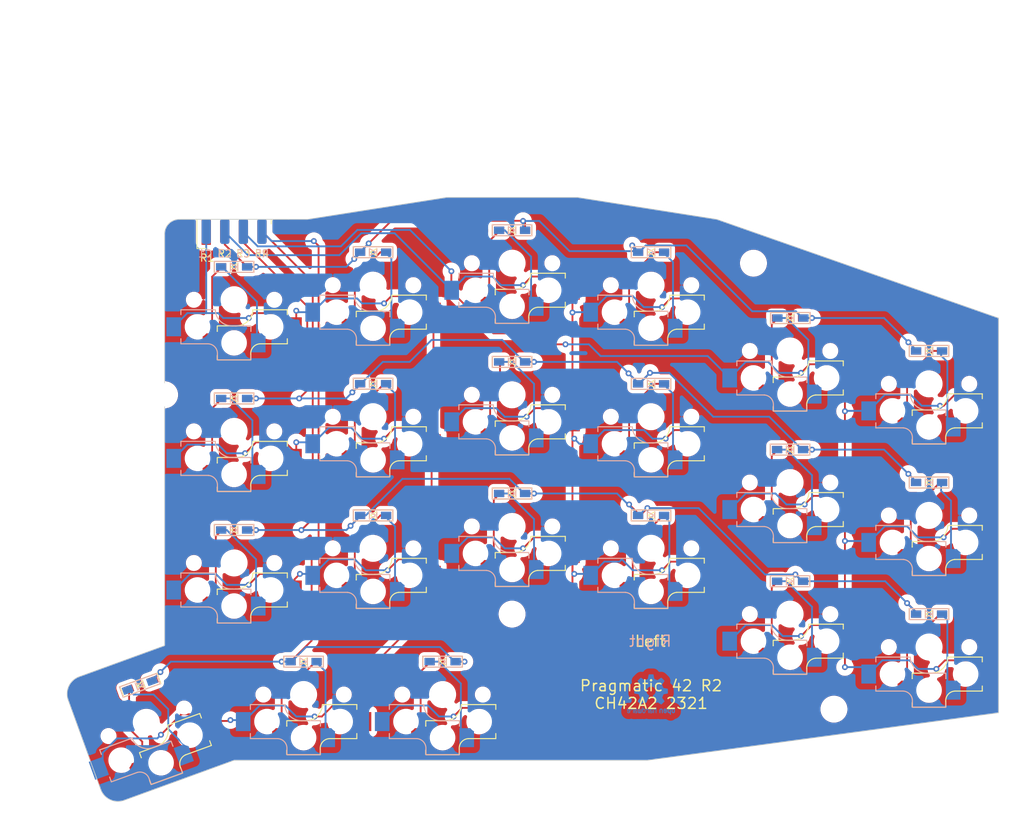
<source format=kicad_pcb>
(kicad_pcb (version 20221018) (generator pcbnew)
  (title_block (title "Pragmatic 42 (Codename The Answer)") (date "2023-05-24") (rev "2") (company "Pragmatic Inc.") (comment 1 "Duplex matrix with 8 pin header (5 for rows, 3 for columns)") (comment 2 "Made by James Sa"))
  (layers (0 "F.Cu" signal) (31 "B.Cu" signal) (34 "B.Paste" user) (35 "F.Paste" user) (36 "B.SilkS" user "B.Silkscreen") (37 "F.SilkS" user "F.Silkscreen") (38 "B.Mask" user) (39 "F.Mask" user) (44 "Edge.Cuts" user))
  (net 0 "")
  (net 1 "Net-(D13-A)")
  (net 2 "Net-(D14-K)")
  (net 3 "Row 2")
  (net 4 "Net-(D15-A)")
  (net 5 "Net-(D16-K)")
  (net 6 "Net-(D17-A)")
  (net 7 "Net-(D18-K)")
  (net 8 "Net-(D19-A)")
  (net 9 "Net-(D20-K)")
  (net 10 "Net-(D21-A)")
  (net 11 "Net-(D22-K)")
  (net 12 "Net-(D23-A)")
  (net 13 "C12")
  (net 14 "C34")
  (net 15 "C56")
  (net 16 "Row 3")
  (net 17 "Row 4")
  (net 18 "Row 5")
  (net 19 "Net-(D24-K)")
  (net 20 "Net-(D25-A)")
  (net 21 "Net-(D26-K)")
  (net 22 "Net-(D27-A)")
  (net 23 "Net-(D28-K)")
  (net 24 "Net-(D29-A)")
  (net 25 "Net-(D30-K)")
  (net 26 "Net-(D31-A)")
  (net 27 "Net-(D32-K)")
  (net 28 "Net-(D33-A)")
  (net 29 "Net-(D34-K)")
  (net 30 "Net-(D35-A)")
  (net 31 "Net-(D36-K)")
  (net 32 "Net-(D37-A)")
  (net 33 "Net-(D38-K)")
  (net 34 "Net-(D39-A)")
  (net 35 "Net-(D40-K)")
  (net 36 "Net-(D41-A)")
  (net 37 "Net-(D42-K)")
  (net 38 "Net-(D43-A)")
  (net 39 "Net-(D44-K)")
  (net 40 "Net-(D45-A)")
  (net 41 "Net-(D46-K)")
  (net 42 "Net-(D47-A)")
  (net 43 "Net-(D48-K)")
  (net 44 "Net-(D52-K)")
  (net 45 "Net-(D53-A)")
  (net 46 "Net-(D54-K)")
  (net 47 "Net-(D55-A)")
  (net 48 "Net-(D56-K)")
  (net 49 "Net-(D57-A)")
  (footprint "Keyboard_JSA:ChocV1_Hotswap_reverse" (layer "F.Cu") (at 149 81)
    (fp_text reference "SW17" hide)
    (fp_text value "SW_Push_45deg" hide)
  )
  (footprint "MountingHole:MountingHole_3.2mm_M3_DIN965" (layer "F.Cu") (at 168 126)
    (fp_text reference "H1" hide)
    (fp_text value "MountingHole" hide)
  )
  (footprint "Keyboard_JSA:ChocV1_Hotswap_reverse" (layer "F.Cu") (at 149 99)
    (fp_text reference "SW29" hide)
    (fp_text value "SW_Push_45deg" hide)
  )
  (footprint "Keyboard_Foostan:D3_SMD_v2" (layer "F.Cu") (at 187 94.5)
    (fp_text reference "D27" hide)
    (fp_text value "1N4448W" hide)
  )
  (footprint "Keyboard_Foostan:D3_SMD_v2" (layer "F.Cu") (at 130 78.5)
    (fp_text reference "D18" hide)
    (fp_text value "1N4448W" hide)
  )
  (footprint "Keyboard_JSA:ChocV1_Hotswap_reverse" (layer "F.Cu") (at 187 81)
    (fp_text reference "SW15" hide)
    (fp_text value "SW_Push_45deg" hide)
  )
  (footprint "Keyboard_Foostan:D3_SMD_v2" (layer "F.Cu") (at 187 76.5)
    (fp_text reference "D15" hide)
    (fp_text value "1N4448W" hide)
  )
  (footprint "Keyboard_Foostan:D3_SMD_v2" (layer "F.Cu") (at 225 126)
    (fp_text reference "D37" hide)
    (fp_text value "1N4448W" hide)
  )
  (footprint "Keyboard_Foostan:D3_SMD_v2" (layer "F.Cu") (at 158.5 132.5)
    (fp_text reference "D52" hide)
    (fp_text value "1N4448W" hide)
  )
  (footprint "Keyboard_Foostan:D3_SMD_v2" (layer "F.Cu") (at 168 73.5)
    (fp_text reference "D16" hide)
    (fp_text value "1N4448W" hide)
  )
  (footprint "Keyboard_JSA:ChocV1_Hotswap_reverse" (layer "F.Cu") (at 206 108)
    (fp_text reference "SW26" hide)
    (fp_text value "SW_Push_45deg" hide)
  )
  (footprint "Keyboard_JSA:ChocV1_Hotswap_reverse" (layer "F.Cu") (at 206 126)
    (fp_text reference "SW38" hide)
    (fp_text value "SW_Push_45deg" hide)
  )
  (footprint "Keyboard_Foostan:D3_SMD_v2" (layer "F.Cu") (at 117.2 135.7 20)
    (fp_text reference "D54" hide)
    (fp_text value "1N4448W" hide)
  )
  (footprint "Keyboard_JSA:ChocV1_Hotswap_reverse" (layer "F.Cu") (at 187 99)
    (fp_text reference "SW27" hide)
    (fp_text value "SW_Push_45deg" hide)
  )
  (footprint "Keyboard_Foostan:D3_SMD_v2" (layer "F.Cu") (at 139.5 132.5)
    (fp_text reference "D53" hide)
    (fp_text value "1N4448W" hide)
  )
  (footprint "Keyboard_Foostan:D3_SMD_v2" (layer "F.Cu") (at 187 112.5)
    (fp_text reference "D39" hide)
    (fp_text value "1N4448W" hide)
  )
  (footprint "Keyboard_JSA:ChocV1_Hotswap_reverse" (layer "F.Cu") (at 158.5 137)
    (fp_text reference "SW52" hide)
    (fp_text value "SW_Push_45deg" hide)
  )
  (footprint "Keyboard_Foostan:D3_SMD_v2" (layer "F.Cu") (at 130 114.5)
    (fp_text reference "D42" hide)
    (fp_text value "1N4448W" hide)
  )
  (footprint "Keyboard_Foostan:D3_SMD_v2" (layer "F.Cu") (at 130 96.5)
    (fp_text reference "D30" hide)
    (fp_text value "1N4448W" hide)
  )
  (footprint "Keyboard_JSA:ChocV1_Hotswap_reverse" (layer "F.Cu") (at 225 94.5)
    (fp_text reference "SW13" hide)
    (fp_text value "SW_Push_45deg" hide)
  )
  (footprint "Keyboard_Foostan:D3_SMD_v2" (layer "F.Cu") (at 168 91.5)
    (fp_text reference "D28" hide)
    (fp_text value "1N4448W" hide)
  )
  (footprint "Keyboard_JSA:ChocV1_Hotswap_reverse" (layer "F.Cu") (at 168 96)
    (fp_text reference "SW28" hide)
    (fp_text value "SW_Push_45deg" hide)
  )
  (footprint "MountingHole:MountingHole_3.2mm_M3_DIN965" (layer "F.Cu") (at 212 139)
    (fp_text reference "H2" hide)
    (fp_text value "MountingHole" hide)
  )
  (footprint "Keyboard_Foostan:D3_SMD_v2" (layer "F.Cu") (at 225 90)
    (fp_text reference "D13" hide)
    (fp_text value "1N4448W" hide)
  )
  (footprint "Keyboard_JSA:ChocV1_Hotswap_reverse" (layer "F.Cu") (at 130 119)
    (fp_text reference "SW42" hide)
    (fp_text value "SW_Push_45deg" hide)
  )
  (footprint "Keyboard_JSA:ChocV1_Hotswap_reverse" (layer "F.Cu") (at 206 90)
    (fp_text reference "SW14" hide)
    (fp_text value "SW_Push_45deg" hide)
  )
  (footprint "Keyboard_JSA:ChocV1_Hotswap_reverse" (layer "F.Cu") (at 130 101)
    (fp_text reference "SW30" hide)
    (fp_text value "SW_Push_45deg" hide)
  )
  (footprint "MountingHole:MountingHole_3.2mm_M3_DIN965" (layer "F.Cu") (at 201 78)
    (fp_text reference "H3" hide)
    (fp_text value "MountingHole" hide)
  )
  (footprint "Keyboard_JSA:matrix_connector" (layer "F.Cu") (at 130 72 -90)
    (fp_text reference "J1" hide)
    (fp_text value "Conn_02x04_Odd_Even" hide)
    (fp_line (start 0 -7.5) (end 0 7.5) (stroke (width 0.12)) (layer "Edge.Cuts"))
  )
  (footprint "Keyboard_Foostan:D3_SMD_v2" (layer "F.Cu") (at 206 103.5)
    (fp_text reference "D26" hide)
    (fp_text value "1N4448W" hide)
  )
  (footprint "Keyboard_JSA:ChocV1_Hotswap_reverse" (layer "F.Cu") (at 139.499996 137)
    (fp_text reference "SW53" hide)
    (fp_text value "SW_Push_45deg" hide)
  )
  (footprint "MountingHole:MountingHole_3.2mm_M3_DIN965" (layer "F.Cu") (at 120.5 96)
    (fp_text reference "H4" hide)
    (fp_text value "MountingHole" hide)
  )
  (footprint "Keyboard_JSA:ChocV1_Hotswap_reverse" (layer "F.Cu") (at 130 83)
    (fp_text reference "SW18" hide)
    (fp_text value "SW_Push_45deg" hide)
  )
  (footprint "Keyboard_JSA:ChocV1_Hotswap_reverse" (layer "F.Cu") (at 168 114)
    (fp_text reference "SW40" hide)
    (fp_text value "SW_Push_45deg" hide)
  )
  (footprint "Keyboard_JSA:ChocV1_Hotswap_reverse" (layer "F.Cu") (at 149 117)
    (fp_text reference "SW41" hide)
    (fp_text value "SW_Push_45deg" hide)
  )
  (footprint "Keyboard_Foostan:D3_SMD_v2" (layer "F.Cu") (at 206 85.5)
    (fp_text reference "D14" hide)
    (fp_text value "1N4448W" hide)
  )
  (footprint "Keyboard_Foostan:D3_SMD_v2" (layer "F.Cu") (at 149 76.5)
    (fp_text reference "D17" hide)
    (fp_text value "1N4448W" hide)
  )
  (footprint "Keyboard_JSA:ChocV1_Hotswap_reverse" (layer "F.Cu") (at 187 117)
    (fp_text reference "SW39" hide)
    (fp_text value "SW_Push_45deg" hide)
  )
  (footprint "Keyboard_Foostan:D3_SMD_v2" (layer "F.Cu") (at 168 109.5)
    (fp_text reference "D40" hide)
    (fp_text value "1N4448W" hide)
  )
  (footprint "Keyboard_JSA:ChocV1_Hotswap_reverse" (layer "F.Cu") (at 225 112.5)
    (fp_text reference "SW25" hide)
    (fp_text value "SW_Push_45deg" hide)
  )
  (footprint "Keyboard_Foostan:D3_SMD_v2" (layer "F.Cu") (at 149 94.5)
    (fp_text reference "D29" hide)
    (fp_text value "1N4448W" hide)
  )
  (footprint "Keyboard_Foostan:D3_SMD_v2" (layer "F.Cu") (at 225 108)
    (fp_text reference "D25" hide)
    (fp_text value "1N4448W" hide)
  )
  (footprint "Keyboard_JSA:ChocV1_Hotswap_reverse" (layer "F.Cu") (at 168 78)
    (fp_text reference "SW16" hide)
    (fp_text value "SW_Push_45deg" hide)
  )
  (footprint "Keyboard_JSA:ChocV1_Hotswap_reverse" (layer "F.Cu") (at 117.999996 140.792 20)
    (fp_text reference "SW54" hide)
    (fp_text value "SW_Push_45deg" hide)
  )
  (footprint "Keyboard_JSA:ChocV1_Hotswap_reverse" (layer "F.Cu") (at 225 130.5)
    (fp_text reference "SW37" hide)
    (fp_text value "SW_Push_45deg" hide)
  )
  (footprint "Keyboard_Foostan:D3_SMD_v2" (layer "F.Cu") (at 206 121.5)
    (fp_text reference "D38" hide)
    (fp_text value "1N4448W" hide)
  )
  (footprint "Keyboard_Foostan:D3_SMD_v2" (layer "F.Cu") (at 149 112.5)
    (fp_text reference "D41" hide)
    (fp_text value "1N4448W" hide)
  )
  (footprint "Keyboard_JSA:ChocV1_Hotswap" (layer "B.Cu") (at 149 81 180)
    (fp_text reference "SW20" hide)
    (fp_text value "SW_Push_45deg" hide)
  )
  (footprint "Keyboard_Foostan:D3_SMD_v2" (layer "B.Cu") (at 206 121.5 180)
    (fp_text reference "D47" hide)
    (fp_text value "1N4448W" hide)
  )
  (footprint "Keyboard_Foostan:D3_SMD_v2" (layer "B.Cu") (at 149 94.475 180)
    (fp_text reference "D32" hide)
    (fp_text value "1N4448W" hide)
  )
  (footprint "Keyboard_JSA:ChocV1_Hotswap" (layer "B.Cu") (at 187 81 180)
    (fp_text reference "SW22" hide)
    (fp_text value "SW_Push_45deg" hide)
  )
  (footprint "Keyboard_Foostan:D3_SMD_v2" (layer "B.Cu") (at 168 73.5 180)
    (fp_text reference "D21" hide)
    (fp_text value "1N4448W" hide)
  )
  (footprint "Keyboard_Foostan:D3_SMD_v2" (layer "B.Cu") (at 139.5 132.5 180)
    (fp_text reference "D56" hide)
    (fp_text value "1N4448W" hide)
  )
  (footprint "Keyboard_Foostan:D3_SMD_v2" (layer "B.Cu") (at 158.499984 132.5 180)
    (fp_text reference "D57" hide)
    (fp_text value "1N4448W" hide)
  )
  (footprint "Keyboard_JSA:ChocV1_Hotswap" (layer "B.Cu") (at 149 117 180)
    (fp_text reference "SW44" hide)
    (fp_text value "SW_Push_45deg" hide)
  )
  (footprint "Keyboard_JSA:ChocV1_Hotswap" (layer "B.Cu") (at 225 112.5 180)
    (fp_text reference "SW36" hide)
    (fp_text value "SW_Push_45deg" hide)
  )
  (footprint "Keyboard_Foostan:D3_SMD_v2" (layer "B.Cu") (at 206.05 85.5 180)
    (fp_text reference "D23" hide)
    (fp_text value "1N4448W" hide)
  )
  (footprint "Keyboard_JSA:ChocV1_Hotswap" (layer "B.Cu") (at 187 99 180)
    (fp_text reference "SW34" hide)
    (fp_text value "SW_Push_45deg" hide)
  )
  (footprint "Keyboard_Foostan:D3_SMD_v2" (layer "B.Cu") (at 129.999998 96.500003 180)
    (fp_text reference "D31" hide)
    (fp_text value "1N4448W" hide)
  )
  (footprint "Keyboard_JSA:ChocV1_Hotswap" (layer "B.Cu") (at 117.999996 140.792 -160)
    (fp_text reference "SW55" hide)
    (fp_text value "SW_Push_45deg" hide)
  )
  (footprint "Keyboard_JSA:OSHW-Logo2_7.3x6mm_Copper" (layer "B.Cu") (at 187 137 180)
    (fp_text reference "REF**" hide)
    (fp_text value "OSHW-Logo2_7.3x6mm_Copper" hide)
  )
  (footprint "Keyboard_Foostan:D3_SMD_v2" (layer "B.Cu") (at 187 112.5 180)
    (fp_text reference "D46" hide)
    (fp_text value "1N4448W" hide)
  )
  (footprint "Keyboard_JSA:ChocV1_Hotswap" (layer "B.Cu") (at 168 78 180)
    (fp_text reference "SW21" hide)
    (fp_text value "SW_Push_45deg" hide)
  )
  (footprint "Keyboard_JSA:ChocV1_Hotswap" (layer "B.Cu") (at 130 83 180)
    (fp_text reference "SW19" hide)
    (fp_text value "SW_Push_45deg" hide)
  )
  (footprint "Keyboard_Foostan:D3_SMD_v2" (layer "B.Cu") (at 149 112.5 180)
    (fp_text reference "D44" hide)
    (fp_text value "1N4448W" hide)
  )
  (footprint "Keyboard_Foostan:D3_SMD_v2" (layer "B.Cu") (at 225 90 180)
    (fp_text reference "D24" hide)
    (fp_text value "1N4448W" hide)
  )
  (footprint "Keyboard_JSA:ChocV1_Hotswap" (layer "B.Cu") (at 168 114 180)
    (fp_text reference "SW45" hide)
    (fp_text value "SW_Push_45deg" hide)
  )
  (footprint "Keyboard_Foostan:D3_SMD_v2" (layer "B.Cu") (at 206 103.5 180)
    (fp_text reference "D35" hide)
    (fp_text value "1N4448W" hide)
  )
  (footprint "Keyboard_Foostan:D3_SMD_v2" (layer "B.Cu") (at 129.999998 114.500003 180)
    (fp_text reference "D43" hide)
    (fp_text value "1N4448W" hide)
  )
  (footprint "Keyboard_JSA:ChocV1_Hotswap" (layer "B.Cu") (at 168 96 180)
    (fp_text reference "SW33" hide)
    (fp_text value "SW_Push_45deg" hide)
  )
  (footprint "Keyboard_JSA:ChocV1_Hotswap" (layer "B.Cu") (at 225 94.5 180)
    (fp_text reference "SW24" hide)
    (fp_text value "SW_Push_45deg" hide)
  )
  (footprint "Keyboard_JSA:ChocV1_Hotswap" (layer "B.Cu") (at 206 126 180)
    (fp_text reference "SW47" hide)
    (fp_text value "SW_Push_45deg" hide)
  )
  (footprint "Keyboard_Foostan:D3_SMD_v2" (layer "B.Cu") (at 130 78.5 180)
    (fp_text reference "D19" hide)
    (fp_text value "1N4448W" hide)
  )
  (footprint "Keyboard_JSA:ChocV1_Hotswap" (layer "B.Cu") (at 149 99 180)
    (fp_text reference "SW32" hide)
    (fp_text value "SW_Push_45deg" hide)
  )
  (footprint "Keyboard_JSA:ChocV1_Hotswap" (layer "B.Cu") (at 206 108 180)
    (fp_text reference "SW35" hide)
    (fp_text value "SW_Push_45deg" hide)
  )
  (footprint "Keyboard_JSA:ChocV1_Hotswap" (layer "B.Cu") (at 130 119 180)
    (fp_text reference "SW43" hide)
    (fp_text value "SW_Push_45deg" hide)
  )
  (footprint "Keyboard_JSA:ChocV1_Hotswap" (layer "B.Cu") (at 130 101 180)
    (fp_text reference "SW31" hide)
    (fp_text value "SW_Push_45deg" hide)
  )
  (footprint "Keyboard_Foostan:D3_SMD_v2" (layer "B.Cu") (at 149 76.5 180)
    (fp_text reference "D20" hide)
    (fp_text value "1N4448W" hide)
  )
  (footprint "Keyboard_Foostan:D3_SMD_v2" (layer "B.Cu") (at 168 91.5 180)
    (fp_text reference "D33" hide)
    (fp_text value "1N4448W" hide)
  )
  (footprint "Keyboard_Foostan:D3_SMD_v2" (layer "B.Cu") (at 187 76.5 180)
    (fp_text reference "D22" hide)
    (fp_text value "1N4448W" hide)
  )
  (footprint "Keyboard_Foostan:D3_SMD_v2" (layer "B.Cu") (at 168 109.5 180)
    (fp_text reference "D45" hide)
    (fp_text value "1N4448W" hide)
  )
  (footprint "Keyboard_JSA:ChocV1_Hotswap" (layer "B.Cu") (at 206 90 180)
    (fp_text reference "SW23" hide)
    (fp_text value "SW_Push_45deg" hide)
  )
  (footprint "Keyboard_JSA:ChocV1_Hotswap" (layer "B.Cu") (at 225 130.5 180)
    (fp_text reference "SW48" hide)
    (fp_text value "SW_Push_45deg" hide)
  )
  (footprint "Keyboard_JSA:ChocV1_Hotswap" (layer "B.Cu") (at 187 117 180)
    (fp_text reference "SW46" hide)
    (fp_text value "SW_Push_45deg" hide)
  )
  (footprint "Keyboard_Foostan:D3_SMD_v2" (layer "B.Cu") (at 187 94.5 180)
    (fp_text reference "D34" hide)
    (fp_text value "1N4448W" hide)
  )
  (footprint "Keyboard_JSA:ChocV1_Hotswap" (layer "B.Cu") (at 139.499996 137 180)
    (fp_text reference "SW56" hide)
    (fp_text value "SW_Push_45deg" hide)
  )
  (footprint "Keyboard_Foostan:D3_SMD_v2" (layer "B.Cu") (at 117.123665 135.743639 -160)
    (fp_text reference "D55" hide)
    (fp_text value "1N4448W" hide)
  )
  (footprint "Keyboard_JSA:ChocV1_Hotswap" (layer "B.Cu") (at 158.5 137 180)
    (fp_text reference "SW57" hide)
    (fp_text value "SW_Push_45deg" hide)
  )
  (footprint "Keyboard_Foostan:D3_SMD_v2" (layer "B.Cu") (at 225 108 180)
    (fp_text reference "D36" hide)
    (fp_text value "1N4448W" hide)
  )
  (footprint "Keyboard_Foostan:D3_SMD_v2" (layer "B.Cu") (at 225 126 180)
    (fp_text reference "D48" hide)
    (fp_text value "1N4448W" hide)
  )
  (gr_line (start 159 69) (end 140 72) (stroke (width 0.1)) (layer "Edge.Cuts"))
  (gr_arc (start 107.319635 137.762179) (mid 107.403097 135.850583) (end 108.813817 134.557897) (stroke (width 0.1)) (layer "Edge.Cuts"))
  (gr_line (start 196 72) (end 177 69) (stroke (width 0.1)) (layer "Edge.Cuts"))
  (gr_arc (start 114.970179 151.472365) (mid 113.058583 151.388903) (end 111.765897 149.978183) (stroke (width 0.1)) (layer "Edge.Cuts"))
  (gr_line (start 120.5 74) (end 120.499999 130.3) (stroke (width 0.1)) (layer "Edge.Cuts"))
  (gr_line (start 140 72) (end 137.5 72) (stroke (width 0.1)) (layer "Edge.Cuts"))
  (gr_line (start 186.5 146) (end 234.5 139.5) (stroke (width 0.1)) (layer "Edge.Cuts"))
  (gr_line (start 130 146) (end 186.5 146) (stroke (width 0.1)) (layer "Edge.Cuts"))
  (gr_line (start 107.319635 137.762179) (end 111.765897 149.978183) (stroke (width 0.1)) (layer "Edge.Cuts"))
  (gr_line (start 234.5 85.5) (end 196 72) (stroke (width 0.1)) (layer "Edge.Cuts"))
  (gr_line (start 177 69) (end 159 69) (stroke (width 0.1)) (layer "Edge.Cuts"))
  (gr_line (start 114.970179 151.472365) (end 130 146) (stroke (width 0.1)) (layer "Edge.Cuts"))
  (gr_arc (start 120.5 74) (mid 121.085786 72.585786) (end 122.5 72) (stroke (width 0.1)) (layer "Edge.Cuts"))
  (gr_line (start 234.5 139.5) (end 234.5 85.5) (stroke (width 0.1)) (layer "Edge.Cuts"))
  (gr_line (start 108.813817 134.557897) (end 120.499999 130.3) (stroke (width 0.1)) (layer "Edge.Cuts"))
  (gr_text "C1" (at 126.053 76.7) (layer "B.SilkS") (effects (font (size 1 1)) (justify mirror)))
  (gr_text "C3" (at 128.72 76.7) (layer "B.SilkS") (effects (font (size 1 1)) (justify mirror)))
  (gr_text "Right\n" (at 186.9 129.7) (layer "B.SilkS") (effects (font (size 1.5 1.5) (thickness 0.2)) (justify mirror)))
  (gr_text "R5" (at 133.8 76.7) (layer "B.SilkS") (effects (font (size 1 1)) (justify mirror)))
  (gr_text "C5" (at 131.26 76.7) (layer "B.SilkS") (effects (font (size 1 1)) (justify mirror)))
  (gr_text "R2" (at 128.72 76.7) (layer "F.SilkS") (effects (font (size 1 1))))
  (gr_text "R1" (at 126.307 77.28) (layer "F.SilkS") (effects (font (size 1 1))))
  (gr_text "Pragmatic 42 R2\nCH42A2 2321" (at 187 137) (layer "F.SilkS") (effects (font (size 1.5 1.5) (thickness 0.2))))
  (gr_text "R4" (at 133.8 76.7) (layer "F.SilkS") (effects (font (size 1 1))))
  (gr_text "R3" (at 131.26 76.7) (layer "F.SilkS") (effects (font (size 1 1))))
  (gr_text "Left" (at 186.9 129.7) (layer "F.SilkS") (effects (font (size 1.5 1.5) (thickness 0.2))))
  (segment (start 226.65 90) (end 225.575 90) (width 0.25) (layer "F.Cu") (net 1))
  (segment (start 222 93.575) (end 222 100.098) (width 0.25) (layer "F.Cu") (net 1))
  (segment (start 225.575 90) (end 222 93.575) (width 0.25) (layer "F.Cu") (net 1))
  (segment (start 203.5 86.35) (end 203.5 95.098) (width 0.25) (layer "F.Cu") (net 2))
  (segment (start 204.35 85.5) (end 203.5 86.35) (width 0.25) (layer "F.Cu") (net 2))
  (segment (start 207.65 85.5) (end 209 85.5) (width 0.25) (layer "F.Cu") (net 3))
  (segment (start 131.775 78.5) (end 133 78.5) (width 0.25) (layer "F.Cu") (net 3))
  (segment (start 128.73 75.455) (end 131.775 78.5) (width 0.25) (layer "F.Cu") (net 3))
  (segment (start 169.775 72.4995) (end 169.5 72.2245) (width 0.25) (layer "F.Cu") (net 3))
  (segment (start 128.73 73.651) (end 128.73 75.455) (width 0.25) (layer "F.Cu") (net 3))
  (segment (start 185.35 76.5) (end 184.425 75.575) (width 0.25) (layer "F.Cu") (net 3))
  (segment (start 223.35 90) (end 222.175 88.825) (width 0.25) (layer "F.Cu") (net 3))
  (segment (start 148.4 75.3) (end 151.5 72.2) (width 0.25) (layer "F.Cu") (net 3))
  (segment (start 147.225 76.475) (end 148.4 75.3) (width 0.25) (layer "F.Cu") (net 3))
  (segment (start 169.775 73.5) (end 169.775 72.4995) (width 0.25) (layer "F.Cu") (net 3))
  (segment (start 151.5 72.2) (end 169.4755 72.2) (width 0.25) (layer "F.Cu") (net 3))
  (segment (start 147.35 76.5) (end 146.425 77.425) (width 0.25) (layer "F.Cu") (net 3))
  (via (at 184.425 75.575) (size 0.8) (drill 0.4) (layers "F.Cu" "B.Cu") (net 3))
  (via (at 209 85.5) (size 0.8) (drill 0.4) (layers "F.Cu" "B.Cu") (net 3))
  (via (at 146.425 77.425) (size 0.8) (drill 0.4) (layers "F.Cu" "B.Cu") (net 3))
  (via (at 148.4 75.3) (size 0.8) (drill 0.4) (layers "F.Cu" "B.Cu") (net 3))
  (via (at 169.5 72.2245) (size 0.8) (drill 0.4) (layers "F.Cu" "B.Cu") (net 3))
  (via (at 222.175 88.825) (size 0.8) (drill 0.4) (layers "F.Cu" "B.Cu") (net 3))
  (via (at 133 78.5) (size 0.8) (drill 0.4) (layers "F.Cu" "B.Cu") (net 3))
  (segment (start 185.35 76.5) (end 186.275 75.575) (width 0.25) (layer "B.Cu") (net 3))
  (segment (start 131.65 78.5) (end 145.35 78.5) (width 0.25) (layer "B.Cu") (net 3))
  (segment (start 200.825 84.575) (end 206.775 84.575) (width 0.25) (layer "B.Cu") (net 3))
  (segment (start 185.2 76.35) (end 175.85 76.35) (width 0.25) (layer "B.Cu") (net 3))
  (segment (start 169.5 72.2245) (end 169.5 73.225) (width 0.25) (layer "B.Cu") (net 3))
  (segment (start 147.225 76.475) (end 148.4 75.3) (width 0.25) (layer "B.Cu") (net 3))
  (segment (start 209 85.5) (end 218.85 85.5) (width 0.25) (layer "B.Cu") (net 3))
  (segment (start 186.275 75.575) (end 191.825 75.575) (width 0.25) (layer "B.Cu") (net 3))
  (segment (start 145.35 78.5) (end 147.35 76.5) (width 0.25) (layer "B.Cu") (net 3))
  (segment (start 191.825 75.575) (end 200.825 84.575) (width 0.25) (layer "B.Cu") (net 3))
  (segment (start 218.85 85.5) (end 223.35 90) (width 0.25) (layer "B.Cu") (net 3))
  (segment (start 184.425 75.575) (end 185.35 76.5) (width 0.25) (layer "B.Cu") (net 3))
  (segment (start 171.7245 72.2245) (end 169.5 72.2245) (width 0.25) (layer "B.Cu") (net 3))
  (segment (start 207.7 85.5) (end 209 85.5) (width 0.25) (layer "B.Cu") (net 3))
  (segment (start 175.85 76.35) (end 171.7245 72.2245) (width 0.25) (layer "B.Cu") (net 3))
  (segment (start 206.775 84.575) (end 207.7 85.5) (width 0.25) (layer "B.Cu") (net 3))
  (segment (start 184 80) (end 184 86.598) (width 0.25) (layer "F.Cu") (net 4))
  (segment (start 187.5 76.5) (end 184 80) (width 0.25) (layer "F.Cu") (net 4))
  (segment (start 188.65 76.5) (end 187.5 76.5) (width 0.25) (layer "F.Cu") (net 4))
  (segment (start 164.875001 74.974999) (end 164.875001 83.722999) (width 0.25) (layer "F.Cu") (net 5))
  (segment (start 166.35 73.5) (end 164.875001 74.974999) (width 0.25) (layer "F.Cu") (net 5))
  (segment (start 150.65 76.5) (end 150 76.5) (width 0.25) (layer "F.Cu") (net 6))
  (segment (start 146.5 80) (end 146.5 86.098) (width 0.25) (layer "F.Cu") (net 6))
  (segment (start 150 76.5) (end 146.5 80) (width 0.25) (layer "F.Cu") (net 6))
  (segment (start 127 79.85) (end 127 88.598) (width 0.25) (layer "F.Cu") (net 7))
  (segment (start 128.35 78.5) (end 127 79.85) (width 0.25) (layer "F.Cu") (net 7))
  (segment (start 133.124999 83.274999) (end 133.124999 88.722999) (width 0.25) (layer "B.Cu") (net 8))
  (segment (start 128.35 78.5) (end 133.124999 83.274999) (width 0.25) (layer "B.Cu") (net 8))
  (segment (start 150.65 76.5) (end 151.5 77.35) (width 0.25) (layer "B.Cu") (net 9))
  (segment (start 151.5 77.35) (end 151.5 86.098) (width 0.25) (layer "B.Cu") (net 9))
  (segment (start 167 73.5) (end 170.6 77.1) (width 0.25) (layer "B.Cu") (net 10))
  (segment (start 166.225 73.5) (end 167 73.5) (width 0.25) (layer "B.Cu") (net 10))
  (segment (start 170.6 77.1) (end 170.6 83.198) (width 0.25) (layer "B.Cu") (net 10))
  (segment (start 190 77.85) (end 190 86.598) (width 0.25) (layer "B.Cu") (net 11))
  (segment (start 188.65 76.5) (end 190 77.85) (width 0.25) (layer "B.Cu") (net 11))
  (segment (start 205.5 85.5) (end 208.5 88.5) (width 0.25) (layer "B.Cu") (net 12))
  (segment (start 204.4 85.5) (end 205.5 85.5) (width 0.25) (layer "B.Cu") (net 12))
  (segment (start 208.5 88.5) (end 208.5 95.098) (width 0.25) (layer "B.Cu") (net 12))
  (segment (start 155.055 82.5) (end 157.255 84.7) (width 0.25) (layer "F.Cu") (net 13))
  (segment (start 131.5 104) (end 133 102.5) (width 0.25) (layer "F.Cu") (net 13))
  (segment (start 155.055 118.5) (end 157.255 120.7) (width 0.25) (layer "F.Cu") (net 13))
  (segment (start 138.5 84.5) (end 138.5 86.455) (width 0.25) (layer "F.Cu") (net 13))
  (segment (start 152 100.5) (end 155.055 100.5) (width 0.25) (layer "F.Cu") (net 13))
  (segment (start 150.5 83.5) (end 151.5 82.5) (width 0.25) (layer "F.Cu") (net 13))
  (segment (start 122.8 139.7) (end 126.635151 139.7) (width 0.25) (layer "F.Cu") (net 13))
  (segment (start 157 125) (end 147.754996 134.245004) (width 0.25) (layer "F.Cu") (net 13))
  (segment (start 143.5 138.5) (end 145.554996 138.5) (width 0.25) (layer "F.Cu") (net 13))
  (segment (start 126.635151 139.7) (end 127.552637 140.617486) (width 0.25) (layer "F.Cu") (net 13))
  (segment (start 141 140) (end 142 140) (width 0.25) (layer "F.Cu") (net 13))
  (segment (start 138.5 102.5) (end 138.5 104.455) (width 0.25) (layer "F.Cu") (net 13))
  (segment (start 145.554996 138.5) (end 147.754996 140.7) (width 0.25) (layer "F.Cu") (net 13))
  (segment (start 152.5 118.5) (end 155.055 118.5) (width 0.25) (layer "F.Cu") (net 13))
  (segment (start 138.255 86.7) (end 136.379999 84.824999) (width 0.25) (layer "F.Cu") (net 13))
  (segment (start 150.5 102) (end 152 100.5) (width 0.25) (layer "F.Cu") (net 13))
  (segment (start 120 142.5) (end 122.8 139.7) (width 0.25) (layer "F.Cu") (net 13))
  (segment (start 138.255 122.7) (end 138.255 121.245) (width 0.25) (layer "F.Cu") (net 13))
  (segment (start 151.5 82.5) (end 155.055 82.5) (width 0.25) (layer "F.Cu") (net 13))
  (segment (start 129.382514 140.617486) (end 129.5 140.5) (width 0.25) (layer "F.Cu") (net 13))
  (segment (start 142 140) (end 143.5 138.5) (width 0.25) (layer "F.Cu") (net 13))
  (segment (start 132 122) (end 133.5 120.5) (width 0.25) (layer "F.Cu") (net 13))
  (segment (start 157 120.955) (end 157 125) (width 0.25) (layer "F.Cu") (net 13))
  (segment (start 137 102.5) (end 138.255 103.755) (width 0.25) (layer "F.Cu") (net 13))
  (segment (start 136.379999 84.824999) (end 132.675001 84.824999) (width 0.25) (layer "F.Cu") (net 13))
  (segment (start 127.552637 140.617486) (end 129.382514 140.617486) (width 0.25) (layer "F.Cu") (net 13))
  (segment (start 157 102.955) (end 157 120.445) (width 0.25) (layer "F.Cu") (net 13))
  (segment (start 132.675001 84.824999) (end 132 85.5) (width 0.25) (layer "F.Cu") (net 13))
  (segment (start 133 102.5) (end 137 102.5) (width 0.25) (layer "F.Cu") (net 13))
  (segment (start 136.055 120.5) (end 138.255 122.7) (width 0.25) (layer "F.Cu") (net 13))
  (segment (start 151 120) (end 152.5 118.5) (width 0.25) (layer "F.Cu") (net 13))
  (segment (start 157.255 84.7) (end 157.255 102.7) (width 0.25) (layer "F.Cu") (net 13))
  (segment (start 147.754996 134.245004) (end 147.754996 140.7) (width 0.25) (layer "F.Cu") (net 13))
  (segment (start 133.5 120.5) (end 136.055 120.5) (width 0.25) (layer "F.Cu") (net 13))
  (segment (start 138.255 121.245) (end 139 120.5) (width 0.25) (layer "F.Cu") (net 13))
  (segment (start 155.055 100.5) (end 157.255 102.7) (width 0.25) (layer "F.Cu") (net 13))
  (via (at 151 120) (size 0.8) (drill 0.4) (layers "F.Cu" "B.Cu") (net 13))
  (via (at 132 85.5) (size 0.8) (drill 0.4) (layers "F.Cu" "B.Cu") (net 13))
  (via (at 120 142.5) (size 0.8) (drill 0.4) (layers "F.Cu" "B.Cu") (net 13))
  (via (at 139 120.5) (size 0.8) (drill 0.4) (layers "F.Cu" "B.Cu") (net 13))
  (via (at 138.5 84.5) (size 0.8) (drill 0.4) (layers "F.Cu" "B.Cu") (net 13))
  (via (at 141 140) (size 0.8) (drill 0.4) (layers "F.Cu" "B.Cu") (net 13))
  (via (at 129.5 140.5) (size 0.8) (drill 0.4) (layers "F.Cu" "B.Cu") (net 13))
  (via (at 131.5 104) (size 0.8) (drill 0.4) (layers "F.Cu" "B.Cu") (net 13))
  (via (at 138.5 102.5) (size 0.8) (drill 0.4) (layers "F.Cu" "B.Cu") (net 13))
  (via (at 132 122) (size 0.8) (drill 0.4) (layers "F.Cu" "B.Cu") (net 13))
  (via (at 150.5 83.5) (size 0.8) (drill 0.4) (layers "F.Cu" "B.Cu") (net 13))
  (via (at 150.5 102) (size 0.8) (drill 0.4) (layers "F.Cu" "B.Cu") (net 13))
  (segment (start 127.5 120.5) (end 129 122) (width 0.25) (layer "B.Cu") (net 13))
  (segment (start 147.5 83.5) (end 150.5 83.5) (width 0.25) (layer "B.Cu") (net 13))
  (segment (start 140.745 120.7) (end 142.945 118.5) (width 0.25) (layer "B.Cu") (net 13))
  (segment (start 121.745 86.7) (end 123.620001 84.824999) (width 0.25) (layer "B.Cu") (net 13))
  (segment (start 146.5 118.5) (end 148 120) (width 0.25) (layer "B.Cu") (net 13))
  (segment (start 133.5 138.5) (end 137 138.5) (width 0.25) (layer "B.Cu") (net 13))
  (segment (start 139 120.5) (end 140.545 120.5) (width 0.25) (layer "B.Cu") (net 13))
  (segment (start 140.745 84.7) (end 142.620001 82.824999) (width 0.25) (layer "B.Cu") (net 13))
  (segment (start 129 104) (end 131.5 104) (width 0.25) (layer "B.Cu") (net 13))
  (segment (start 140.545 102.5) (end 138.5 102.5) (width 0.25) (layer "B.Cu") (net 13))
  (segment (start 126.19 84.814999) (end 126.2 84.824999) (width 0.25) (layer "B.Cu") (net 13))
  (segment (start 142.945 100.5) (end 146 100.5) (width 0.25) (layer "B.Cu") (net 13))
  (segment (start 126.19 73.651) (end 126.19 84.814999) (width 0.25) (layer "B.Cu") (net 13))
  (segment (start 146.824999 82.824999) (end 147.5 83.5) (width 0.25) (layer "B.Cu") (net 13))
  (segment (start 119.5 143) (end 120 142.5) (width 0.25) (layer "B.Cu") (net 13))
  (segment (start 126.2 84.824999) (end 127.824999 84.824999) (width 0.25) (layer "B.Cu") (net 13))
  (segment (start 128.5 85.5) (end 132 85.5) (width 0.25) (layer "B.Cu") (net 13))
  (segment (start 140.745 84.7) (end 138.7 84.7) (width 0.25) (layer "B.Cu") (net 13))
  (segment (start 138.7 84.7) (end 138.5 84.5) (width 0.25) (layer "B.Cu") (net 13))
  (segment (start 112.038312 144.961688) (end 114 143) (width 0.25) (layer "B.Cu") (net 13))
  (segment (start 129.5 140.5) (end 131.044996 140.5) (width 0.25) (layer "B.Cu") (net 13))
  (segment (start 131.3 140.7) (end 133.5 138.5) (width 0.25) (layer "B.Cu") (net 13))
  (segment (start 143 118.5) (end 146.5 118.5) (width 0.25) (layer "B.Cu") (net 13))
  (segment (start 140.745 102.7) (end 142.945 100.5) (width 0.25) (layer "B.Cu") (net 13))
  (segment (start 127.824999 102.824999) (end 129 104) (width 0.25) (layer "B.Cu") (net 13))
  (segment (start 121.8 122.7) (end 124 120.5) (width 0.25) (layer "B.Cu") (net 13))
  (segment (start 129 122) (end 132 122) (width 0.25) (layer "B.Cu") (net 13))
  (segment (start 123.620001 84.824999) (end 126.2 84.824999) (width 0.25) (layer "B.Cu") (net 13))
  (segment (start 127.824999 84.824999) (end 128.5 85.5) (width 0.25) (layer "B.Cu") (net 13))
  (segment (start 147.5 102) (end 150.5 102) (width 0.25) (layer "B.Cu") (net 13))
  (segment (start 142.945 118.5) (end 143 118.5) (width 0.25) (layer "B.Cu") (net 13))
  (segment (start 137 138.5) (end 138.5 140) (width 0.25) (layer "B.Cu") (net 13))
  (segment (start 142.620001 82.824999) (end 146.824999 82.824999) (width 0.25) (layer "B.Cu") (net 13))
  (segment (start 146 100.5) (end 147.5 102) (width 0.25) (layer "B.Cu") (net 13))
  (segment (start 138.5 140) (end 141 140) (width 0.25) (layer "B.Cu") (net 13))
  (segment (start 148 120) (end 151 120) (width 0.25) (layer "B.Cu") (net 13))
  (segment (start 123.620001 102.824999) (end 127.824999 102.824999) (width 0.25) (layer "B.Cu") (net 13))
  (segment (start 114 143) (end 119.5 143) (width 0.25) (layer "B.Cu") (net 13))
  (segment (start 112.038312 146.264239) (end 112.038312 144.961688) (width 0.25) (layer "B.Cu") (net 13))
  (segment (start 124 120.5) (end 127.5 120.5) (width 0.25) (layer "B.Cu") (net 13))
  (segment (start 121.745 104.7) (end 123.620001 102.824999) (width 0.25) (layer "B.Cu") (net 13))
  (segment (start 176.255 99.7) (end 176.255 101.755) (width 0.25) (layer "F.Cu") (net 14))
  (segment (start 193.379999 100.824999) (end 195.255 102.7) (width 0.25) (layer "F.Cu") (net 14))
  (segment (start 161.175001 138.824999) (end 164.879999 138.824999) (width 0.25) (layer "F.Cu") (net 14))
  (segment (start 188.5 120) (end 189.675001 118.824999) (width 0.25) (layer "F.Cu") (net 14))
  (segment (start 176.255 117.7) (end 176.255 123.245) (width 0.25) (layer "F.Cu") (net 14))
  (segment (start 176.255 117.7) (end 176.255 120.255) (width 0.25) (layer "F.Cu") (net 14))
  (segment (start 176.255 81.7) (end 176.255 84.745) (width 0.25) (layer "F.Cu") (net 14))
  (segment (start 164.879999 138.824999) (end 166.755 140.7) (width 0.25) (layer "F.Cu") (net 14))
  (segment (start 168 131.5) (end 168 139.455) (width 0.25) (layer "F.Cu") (net 14))
  (segment (start 166.755 140.7) (end 168 139.455) (width 0.25) (layer "F.Cu") (net 14))
  (segment (start 190.175001 100.824999) (end 193.379999 100.824999) (width 0.25) (layer "F.Cu") (net 14))
  (segment (start 170 99) (end 171.175001 97.824999) (width 0.25) (layer "F.Cu") (net 14))
  (segment (start 189.675001 118.824999) (end 193.379999 118.824999) (width 0.25) (layer "F.Cu") (net 14))
  (segment (start 169.5 81) (end 170.675001 79.824999) (width 0.25) (layer "F.Cu") (net 14))
  (segment (start 169.5 117) (end 171 115.5) (width 0.25) (layer "F.Cu") (net 14))
  (segment (start 174.379999 97.824999) (end 176.255 99.7) (width 0.25) (layer "F.Cu") (net 14))
  (segment (start 176.255 101.755) (end 176.5 102) (width 0.25) (layer "F.Cu") (net 14))
  (segment (start 193.379999 82.824999) (end 195.255 84.7) (width 0.25) (layer "F.Cu") (net 14))
  (segment (start 188.5 84) (end 189.675001 82.824999) (width 0.25) (layer "F.Cu") (net 14))
  (segment (start 189.675001 82.824999) (end 193.379999 82.824999) (width 0.25) (layer "F.Cu") (net 14))
  (segment (start 174.055 115.5) (end 176.255 117.7) (width 0.25) (layer "F.Cu") (net 14))
  (segment (start 176.255 84.745) (end 176.255 99.7) (width 0.25) (layer "F.Cu") (net 14))
  (segment (start 176.255 99.7) (end 176.255 117.7) (width 0.25) (layer "F.Cu") (net 14))
  (segment (start 176.255 120.255) (end 176.5 120.5) (width 0.25) (layer "F.Cu") (net 14))
  (segment (start 189 102) (end 190.175001 100.824999) (width 0.25) (layer "F.Cu") (net 14))
  (segment (start 160 140) (end 161.175001 138.824999) (width 0.25) (layer "F.Cu") (net 14))
  (segment (start 193.379999 118.824999) (end 195.255 120.7) (width 0.25) (layer "F.Cu") (net 14))
  (segment (start 171.175001 97.824999) (end 174.379999 97.824999) (width 0.25) (layer "F.Cu") (net 14))
  (segment (start 174.379999 79.824999) (end 176.255 81.7) (width 0.25) (layer "F.Cu") (net 14))
  (segment (start 170.675001 79.824999) (end 174.379999 79.824999) (width 0.25) (layer "F.Cu") (net 14))
  (segment (start 171 115.5) (end 174.055 115.5) (width 0.25) (layer "F.Cu") (net 14))
  (segment (start 176.255 123.245) (end 168 131.5) (width 0.25) (layer "F.Cu") (net 14))
  (via (at 176.5 120.5) (size 0.8) (drill 0.4) (layers "F.Cu" "B.Cu") (net 14))
  (via (at 188.5 84) (size 0.8) (drill 0.4) (layers "F.Cu" "B.Cu") (net 14))
  (via (at 176.5 102) (size 0.8) (drill 0.4) (layers "F.Cu" "B.Cu") (net 14))
  (via (at 189 102) (size 0.8) (drill 0.4) (layers "F.Cu" "B.Cu") (net 14))
  (via (at 160 140) (size 0.8) (drill 0.4) (layers "F.Cu" "B.Cu") (net 14))
  (via (at 169.5 81) (size 0.8) (drill 0.4) (layers "F.Cu" "B.Cu") (net 14))
  (via (at 170 99) (size 0.8) (drill 0.4) (layers "F.Cu" "B.Cu") (net 14))
  (via (at 176.255 84.745) (size 0.8) (drill 0.4) (layers "F.Cu" "B.Cu") (net 14))
  (via (at 188.5 120) (size 0.8) (drill 0.4) (layers "F.Cu" "B.Cu") (net 14))
  (via (at 169.5 117) (size 0.8) (drill 0.4) (layers "F.Cu" "B.Cu") (net 14))
  (segment (start 156.5 138.5) (end 158 140) (width 0.25) (layer "B.Cu") (net 14))
  (segment (start 150.3 140.7) (end 152.5 138.5) (width 0.25) (layer "B.Cu") (net 14))
  (segment (start 165.5 115.5) (end 167 117) (width 0.25) (layer "B.Cu") (net 14))
  (segment (start 176.5 102) (end 177.2 102.7) (width 0.25) (layer "B.Cu") (net 14))
  (segment (start 144.4 76.9) (end 147.4 73.9) (width 0.25) (layer "B.Cu") (net 14))
  (segment (start 151.945 73.9) (end 159.745 81.7) (width 0.25) (layer "B.Cu") (net 14))
  (segment (start 184.5 120) (end 188.5 120) (width 0.25) (layer "B.Cu") (net 14))
  (segment (start 180.945 82.5) (end 184.5 82.5) (width 0.25) (layer "B.Cu") (net 14))
  (segment (start 128.73 73.651) (end 128.73 73.734132) (width 0.25) (layer "B.Cu") (net 14))
  (segment (start 161.620001 97.824999) (end 165.824999 97.824999) (width 0.25) (layer "B.Cu") (net 14))
  (segment (start 158 140) (end 160 140) (width 0.25) (layer "B.Cu") (net 14))
  (segment (start 183 118.5) (end 184.5 120) (width 0.25) (layer "B.Cu") (net 14))
  (segment (start 159.745 81.7) (end 161.620001 79.824999) (width 0.25) (layer "B.Cu") (net 14))
  (segment (start 184.5 82.5) (end 186 84) (width 0.25) (layer "B.Cu") (net 14))
  (segment (start 161.945 115.5) (end 165.5 115.5) (width 0.25) (layer "B.Cu") (net 14))
  (segment (start 165.324999 79.824999) (end 166.5 81) (width 0.25) (layer "B.Cu") (net 14))
  (segment (start 152.5 138.5) (end 156.5 138.5) (width 0.25) (layer "B.Cu") (net 14))
  (segment (start 186 84) (end 188.5 84) (width 0.25) (layer "B.Cu") (net 14))
  (segment (start 167 99) (end 170 99) (width 0.25) (layer "B.Cu") (net 14))
  (segment (start 147.4 73.9) (end 151.945 73.9) (width 0.25) (layer "B.Cu") (net 14))
  (segment (start 180.620001 100.824999) (end 186.031925 100.824999) (width 0.25) (layer "B.Cu") (net 14))
  (segment (start 159.745 99.7) (end 161.620001 97.824999) (width 0.25) (layer "B.Cu") (net 14))
  (segment (start 178.745 84.7) (end 176.3 84.7) (width 0.25) (layer "B.Cu") (net 14))
  (segment (start 165.824999 97.824999) (end 167 99) (width 0.25) (layer "B.Cu") (net 14))
  (segment (start 178.745 120.7) (end 180.620001 118.824999) (width 0.25) (layer "B.Cu") (net 14))
  (segment (start 178.745 84.7) (end 180.945 82.5) (width 0.25) (layer "B.Cu") (net 14))
  (segment (start 180.620001 118.824999) (end 182.675001 118.824999) (width 0.25) (layer "B.Cu") (net 14))
  (segment (start 176.5 120.5) (end 178.545 120.5) (width 0.25) (layer "B.Cu") (net 14))
  (segment (start 178.745 102.7) (end 180.620001 100.824999) (width 0.25) (layer "B.Cu") (net 14))
  (segment (start 159.745 117.7) (end 161.945 115.5) (width 0.25) (layer "B.Cu") (net 14))
  (segment (start 161.620001 79.824999) (end 165.324999 79.824999) (width 0.25) (layer "B.Cu") (net 14))
  (segment (start 176.3 84.7) (end 176.255 84.745) (width 0.25) (layer "B.Cu") (net 14))
  (segment (start 166.5 81) (end 169.5 81) (width 0.25) (layer "B.Cu") (net 14))
  (segment (start 186.031925 100.824999) (end 187.206926 102) (width 0.25) (layer "B.Cu") (net 14))
  (segment (start 167 117) (end 169.5 117) (width 0.25) (layer "B.Cu") (net 14))
  (segment (start 182.675001 118.824999) (end 183 118.5) (width 0.25) (layer "B.Cu") (net 14))
  (segment (start 187.206926 102) (end 189 102) (width 0.25) (layer "B.Cu") (net 14))
  (segment (start 177.2 102.7) (end 178.745 102.7) (width 0.25) (layer "B.Cu") (net 14))
  (segment (start 131.895868 76.9) (end 144.4 76.9) (width 0.25) (layer "B.Cu") (net 14))
  (segment (start 128.73 73.734132) (end 131.895868 76.9) (width 0.25) (layer "B.Cu") (net 14))
  (segment (start 231.379999 132.324999) (end 233.255 134.2) (width 0.25) (layer "F.Cu") (net 15))
  (segment (start 207.5 93) (end 208.675001 91.824999) (width 0.25) (layer "F.Cu") (net 15))
  (segment (start 173.5 89.1) (end 175.3 89.1) (width 0.25) (layer "F.Cu") (net 15))
  (segment (start 227 97.5) (end 228.5 96) (width 0.25) (layer "F.Cu") (net 15))
  (segment (start 213.5 133.25) (end 213.5 130.455) (width 0.25) (layer "F.Cu") (net 15))
  (segment (start 231.055 96) (end 233.255 98.2) (width 0.25) (layer "F.Cu") (net 15))
  (segment (start 214.5 93.945) (end 213.5 94.945) (width 0.25) (layer "F.Cu") (net 15))
  (segment (start 213.5 94.945) (end 213.5 110.455) (width 0.25) (layer "F.Cu") (net 15))
  (segment (start 213.5 130.455) (end 214.255 129.7) (width 0.25) (layer "F.Cu") (net 15))
  (segment (start 213.5 128.455) (end 214.5 129.455) (width 0.25) (layer "F.Cu") (net 15))
  (segment (start 209 127.5) (end 212.055 127.5) (width 0.25) (layer "F.Cu") (net 15))
  (segment (start 213.5 110.455) (end 214.5 111.455) (width 0.25) (layer "F.Cu") (net 15))
  (segment (start 159.7 79.1) (end 159.7 81.852) (width 0.25) (layer "F.Cu") (net 15))
  (segment (start 207.5 129) (end 209 127.5) (width 0.25) (layer "F.Cu") (net 15))
  (segment (start 228.5 96) (end 231.055 96) (width 0.25) (layer "F.Cu") (net 15))
  (segment (start 226 133.5) (end 227.175001 132.324999) (width 0.25) (layer "F.Cu") (net 15))
  (segment (start 226.5 97.5) (end 227 97.5) (width 0.25) (layer "F.Cu") (net 15))
  (segment (start 228.175001 114.324999) (end 227 115.5) (width 0.25) (layer "F.Cu") (net 15))
  (segment (start 172 87.6) (end 173.5 89.1) (width 0.25) (layer "F.Cu") (net 15))
  (segment (start 213.5 112.945) (end 213.5 128.455) (width 0.25) (layer "F.Cu") (net 15))
  (segment (start 227.175001 132.324999) (end 231.379999 132.324999) (width 0.25) (layer "F.Cu") (net 15))
  (segment (start 208.675001 91.824999) (end 212.379999 91.824999) (width 0.25) (layer "F.Cu") (net 15))
  (segment (start 212.379999 91.824999) (end 214.255 93.7) (width 0.25) (layer "F.Cu") (net 15))
  (segment (start 208 111) (end 209.175001 109.824999) (width 0.25) (layer "F.Cu") (net 15))
  (segment (start 159.7 81.852) (end 165.448 87.6) (width 0.25) (layer "F.Cu") (net 15))
  (segment (start 233.255 116.2) (end 231.379999 114.324999) (width 0.25) (layer "F.Cu") (net 15))
  (segment (start 212.379999 109.824999) (end 214.255 111.7) (width 0.25) (layer "F.Cu") (net 15))
  (segment (start 231.379999 114.324999) (end 228.175001 114.324999) (width 0.25) (layer "F.Cu") (net 15))
  (segment (start 214.5 111.945) (end 213.5 112.945) (width 0.25) (layer "F.Cu") (net 15))
  (segment (start 209.175001 109.824999) (end 212.379999 109.824999) (width 0.25) (layer "F.Cu") (net 15))
  (segment (start 165.448 87.6) (end 172 87.6) (width 0.25) (layer "F.Cu") (net 15))
  (segment (start 212.055 127.5) (end 214.255 129.7) (width 0.25) (layer "F.Cu") (net 15))
  (via (at 213.5 116) (size 0.8) (drill 0.4) (layers "F.Cu" "B.Cu") (net 15))
  (via (at 207.5 129) (size 0.8) (drill 0.4) (layers "F.Cu" "B.Cu") (net 15))
  (via (at 175.3 89.1) (size 0.8) (drill 0.4) (layers "F.Cu" "B.Cu") (net 15))
  (via (at 213.5 98.25) (size 0.8) (drill 0.4) (layers "F.Cu" "B.Cu") (net 15))
  (via (at 207.5 93) (size 0.8) (drill 0.4) (layers "F.Cu" "B.Cu") (net 15))
  (via (at 208 111) (size 0.8) (drill 0.4) (layers "F.Cu" "B.Cu") (net 15))
  (via (at 213.5 133.25) (size 0.8) (drill 0.4) (layers "F.Cu" "B.Cu") (net 15))
  (via (at 159.7 79.1) (size 0.8) (drill 0.4) (layers "F.Cu" "B.Cu") (net 15))
  (via (at 226.5 97.5) (size 0.8) (drill 0.4) (layers "F.Cu" "B.Cu") (net 15))
  (via (at 227 115.5) (size 0.8) (drill 0.4) (layers "F.Cu" "B.Cu") (net 15))
  (via (at 226 133.5) (size 0.8) (drill 0.4) (layers "F.Cu" "B.Cu") (net 15))
  (segment (start 218.945 96) (end 222.5 96) (width 0.25) (layer "B.Cu") (net 15))
  (segment (start 222.5 96) (end 224 97.5) (width 0.25) (layer "B.Cu") (net 15))
  (segment (start 213.5 133.25) (end 216.25 133.25) (width 0.25) (layer "B.Cu") (net 15))
  (segment (start 180.1 90.7) (end 194.745 90.7) (width 0.25) (layer "B.Cu") (net 15))
  (segment (start 199.945 127.5) (end 203.5 127.5) (width 0.25) (layer "B.Cu") (net 15))
  (segment (start 216.745 98.2) (end 218.945 96) (width 0.25) (layer "B.Cu") (net 15))
  (segment (start 146.85 73.45) (end 154.05 73.45) (width 0.25) (layer "B.Cu") (net 15))
  (segment (start 194.745 90.7) (end 197.745 93.7) (width 0.25) (layer "B.Cu") (net 15))
  (segment (start 216.745 116.2) (end 218.945 114) (width 0.25) (layer "B.Cu") (net 15))
  (segment (start 204 109.5) (end 205.5 111) (width 0.25) (layer "B.Cu") (net 15))
  (segment (start 216.25 133.25) (end 216.745 133.745) (width 0.25) (layer "B.Cu") (net 15))
  (segment (start 218.620001 132.324999) (end 222.324999 132.324999) (width 0.25) (layer "B.Cu") (net 15))
  (segment (start 223.5 133.5) (end 226 133.5) (width 0.25) (layer "B.Cu") (net 15))
  (segment (start 199.945 109.5) (end 204 109.5) (width 0.25) (layer "B.Cu") (net 15))
  (segment (start 144.6 75.7) (end 146.85 73.45) (width 0.25) (layer "B.Cu") (net 15))
  (segment (start 213.55 98.2) (end 216.745 98.2) (width 0.25) (layer "B.Cu") (net 15))
  (segment (start 222 114) (end 223.5 115.5) (width 0.25) (layer "B.Cu") (net 15))
  (segment (start 222.324999 132.324999) (end 223.5 133.5) (width 0.25) (layer "B.Cu") (net 15))
  (segment (start 205.5 111) (end 208 111) (width 0.25) (layer "B.Cu") (net 15))
  (segment (start 197.745 93.7) (end 199.945 91.5) (width 0.25) (layer "B.Cu") (net 15))
  (segment (start 213.5 98.25) (end 213.55 98.2) (width 0.25) (layer "B.Cu") (net 15))
  (segment (start 205 129) (end 207.5 129) (width 0.25) (layer "B.Cu") (net 15))
  (segment (start 216.745 134.2) (end 218.620001 132.324999) (width 0.25) (layer "B.Cu") (net 15))
  (segment (start 223.5 115.5) (end 227 115.5) (width 0.25) (layer "B.Cu") (net 15))
  (segment (start 216.545 116) (end 213.5 116) (width 0.25) (layer "B.Cu") (net 15))
  (segment (start 204.5 93) (end 207.5 93) (width 0.25) (layer "B.Cu") (net 15))
  (segment (start 133.235868 75.7) (end 144.6 75.7) (width 0.25) (layer "B.Cu") (net 15))
  (segment (start 131.27 73.651) (end 131.27 73.734132) (width 0.25) (layer "B.Cu") (net 15))
  (segment (start 197.745 111.7) (end 199.945 109.5) (width 0.25) (layer "B.Cu") (net 15))
  (segment (start 131.27 73.734132) (end 133.235868 75.7) (width 0.25) (layer "B.Cu") (net 15))
  (segment (start 224 97.5) (end 226.5 97.5) (width 0.25) (layer "B.Cu") (net 15))
  (segment (start 197.745 129.7) (end 199.945 127.5) (width 0.25) (layer "B.Cu") (net 15))
  (segment (start 218.945 114) (end 222 114) (width 0.25) (layer "B.Cu") (net 15))
  (segment (start 200 91.5) (end 203 91.5) (width 0.25) (layer "B.Cu") (net 15))
  (segment (start 203.5 127.5) (end 205 129) (width 0.25) (layer "B.Cu") (net 15))
  (segment (start 199.945 91.5) (end 200 91.5) (width 0.25) (layer "B.Cu") (net 15))
  (segment (start 203 91.5) (end 204.5 93) (width 0.25) (layer "B.Cu") (net 15))
  (segment (start 178.5 89.1) (end 180.1 90.7) (width 0.25) (layer "B.Cu") (net 15))
  (segment (start 175.3 89.1) (end 178.5 89.1) (width 0.25) (layer "B.Cu") (net 15))
  (segment (start 154.05 73.45) (end 159.7 79.1) (width 0.25) (layer "B.Cu") (net 15))
  (segment (start 207.65 103.5) (end 209 103.5) (width 0.25) (layer "F.Cu") (net 16))
  (segment (start 185.35 94.5) (end 183.925 93.075) (width 0.25) (layer "F.Cu") (net 16))
  (segment (start 131.27 75.17) (end 131.27 73.651) (width 0.25) (layer "F.Cu") (net 16))
  (segment (start 223.35 108) (end 222.175 106.825) (width 0.25) (layer "F.Cu") (net 16))
  (segment (start 147.325 94.5) (end 146.1625 95.6625) (width 0.25) (layer "F.Cu") (net 16))
  (segment (start 138.9 96.500003) (end 140 95.400003) (width 0.25) (layer "F.Cu") (net 16))
  (segment (start 140 83.9) (end 131.27 75.17) (width 0.25) (layer "F.Cu") (net 16))
  (segment (start 169.65 91.5) (end 171 91.5) (width 0.25) (layer "F.Cu") (net 16))
  (segment (start 140 95.400003) (end 140 83.9) (width 0.25) (layer "F.Cu") (net 16))
  (segment (start 131.65 96.5) (end 132.999994 96.5) (width 0.25) (layer "F.Cu") (net 16))
  (segment (start 132.999994 96.5) (end 132.999997 96.500003) (width 0.25) (layer "F.Cu") (net 16))
  (segment (start 185.35 94.5) (end 186.85 93) (width 0.25) (layer "F.Cu") (net 16))
  (via (at 138.9 96.500003) (size 0.8) (drill 0.4) (layers "F.Cu" "B.Cu") (net 16))
  (via (at 183.925 93.075) (size 0.8) (drill 0.4) (layers "F.Cu" "B.Cu") (net 16))
  (via (at 209 103.5) (size 0.8) (drill 0.4) (layers "F.Cu" "B.Cu") (net 16))
  (via (at 146.1625 95.6625) (size 0.8) (drill 0.4) (layers "F.Cu" "B.Cu") (net 16))
  (via (at 186.85 93) (size 0.8) (drill 0.4) (layers "F.Cu" "B.Cu") (net 16))
  (via (at 132.999997 96.500003) (size 0.8) (drill 0.4) (layers "F.Cu" "B.Cu") (net 16))
  (via (at 171 91.5) (size 0.8) (drill 0.4) (layers "F.Cu" "B.Cu") (net 16))
  (via (at 222.175 106.825) (size 0.8) (drill 0.4) (layers "F.Cu" "B.Cu") (net 16))
  (segment (start 132.999997 96.500003) (end 138.9 96.500003) (width 0.25) (layer "B.Cu") (net 16))
  (segment (start 147.35 94.475) (end 150.325 91.5) (width 0.25) (layer "B.Cu") (net 16))
  (segment (start 138.9 96.500003) (end 145.324997 96.500003) (width 0.25) (layer "B.Cu") (net 16))
  (segment (start 189.5 93) (end 195.5 99) (width 0.25) (layer "B.Cu") (net 16))
  (segment (start 185.35 94.5) (end 186.85 93) (width 0.25) (layer "B.Cu") (net 16))
  (segment (start 154 91.5) (end 157 88.5) (width 0.25) (layer "B.Cu") (net 16))
  (segment (start 145.324997 96.500003) (end 146.1625 95.6625) (width 0.25) (layer "B.Cu") (net 16))
  (segment (start 150.325 91.5) (end 154 91.5) (width 0.25) (layer "B.Cu") (net 16))
  (segment (start 203.15 99) (end 207.65 103.5) (width 0.25) (layer "B.Cu") (net 16))
  (segment (start 166.65 88.5) (end 169.65 91.5) (width 0.25) (layer "B.Cu") (net 16))
  (segment (start 186.85 93) (end 189.5 93) (width 0.25) (layer "B.Cu") (net 16))
  (segment (start 146.1625 95.6625) (end 147.35 94.475) (width 0.25) (layer "B.Cu") (net 16))
  (segment (start 207.65 103.5) (end 218.85 103.5) (width 0.25) (layer "B.Cu") (net 16))
  (segment (start 131.649998 96.500003) (end 132.999997 96.500003) (width 0.25) (layer "B.Cu") (net 16))
  (segment (start 182.35 91.5) (end 185.35 94.5) (width 0.25) (layer "B.Cu") (net 16))
  (segment (start 218.85 103.5) (end 223.35 108) (width 0.25) (layer "B.Cu") (net 16))
  (segment (start 169.65 91.5) (end 182.35 91.5) (width 0.25) (layer "B.Cu") (net 16))
  (segment (start 157 88.5) (end 166.65 88.5) (width 0.25) (layer "B.Cu") (net 16))
  (segment (start 195.5 99) (end 203.15 99) (width 0.25) (layer "B.Cu") (net 16))
  (segment (start 207.65 121.5) (end 206.725 120.575) (width 0.25) (layer "F.Cu") (net 17))
  (segment (start 131.65 114.5) (end 132.999994 114.5) (width 0.25) (layer "F.Cu") (net 17))
  (segment (start 132.999994 114.5) (end 132.999997 114.500003) (width 0.25) (layer "F.Cu") (net 17))
  (segment (start 139.2 114.500003) (end 140.75 112.950003) (width 0.25) (layer "F.Cu") (net 17))
  (segment (start 147.35 112.5) (end 145.925 113.925) (width 0.25) (layer "F.Cu") (net 17))
  (segment (start 140.75 80.591) (end 133.81 73.651) (width 0.25) (layer "F.Cu") (net 17))
  (segment (start 185.5 112.5) (end 186.5 111.5) (width 0.25) (layer "F.Cu") (net 17))
  (segment (start 185.35 112.35) (end 184 111) (width 0.25) (layer "F.Cu") (net 17))
  (segment (start 140.75 112.950003) (end 140.75 80.591) (width 0.25) (layer "F.Cu") (net 17))
  (segment (start 169.65 109.5) (end 171 109.5) (width 0.25) (layer "F.Cu") (net 17))
  (segment (start 223.35 125.85) (end 222 124.5) (width 0.25) (layer "F.Cu") (net 17))
  (via (at 206.725 120.575) (size 0.8) (drill 0.4) (layers "F.Cu" "B.Cu") (net 17))
  (via (at 145.925 113.925) (size 0.8) (drill 0.4) (layers "F.Cu" "B.Cu") (net 17))
  (via (at 132.999997 114.500003) (size 0.8) (drill 0.4) (layers "F.Cu" "B.Cu") (net 17))
  (via (at 184 111) (size 0.8) (drill 0.4) (layers "F.Cu" "B.Cu") (net 17))
  (via (at 171 109.5) (size 0.8) (drill 0.4) (layers "F.Cu" "B.Cu") (net 17))
  (via (at 222 124.5) (size 0.8) (drill 0.4) (layers "F.Cu" "B.Cu") (net 17))
  (via (at 186.5 111.5) (size 0.8) (drill 0.4) (layers "F.Cu" "B.Cu") (net 17))
  (via (at 139.2 114.500003) (size 0.8) (drill 0.4) (layers "F.Cu" "B.Cu") (net 17))
  (segment (start 131.649998 114.500003) (end 132.999997 114.500003) (width 0.25) (layer "B.Cu") (net 17))
  (segment (start 139.2 114.500003) (end 145.349997 114.500003) (width 0.25) (layer "B.Cu") (net 17))
  (segment (start 207.65 121.5) (end 219 121.5) (width 0.25) (layer "B.Cu") (net 17))
  (segment (start 145.349997 114.500003) (end 147.35 112.5) (width 0.25) (layer "B.Cu") (net 17))
  (segment (start 182.35 109.5) (end 185.35 112.5) (width 0.25) (layer "B.Cu") (net 17))
  (segment (start 169.65 109.5) (end 182.35 109.5) (width 0.25) (layer "B.Cu") (net 17))
  (segment (start 193.5 111.5) (end 202.575 120.575) (width 0.25) (layer "B.Cu") (net 17))
  (segment (start 167.65 107.5) (end 169.65 109.5) (width 0.25) (layer "B.Cu") (net 17))
  (segment (start 186.5 111.5) (end 193.5 111.5) (width 0.25) (layer "B.Cu") (net 17))
  (segment (start 185.35 112.5) (end 186.35 111.5) (width 0.25) (layer "B.Cu") (net 17))
  (segment (start 147.35 112.5) (end 148 112.5) (width 0.25) (layer "B.Cu") (net 17))
  (segment (start 186.35 111.5) (end 186.5 111.5) (width 0.25) (layer "B.Cu") (net 17))
  (segment (start 153 107.5) (end 167.65 107.5) (width 0.25) (layer "B.Cu") (net 17))
  (segment (start 206.725 120.575) (end 207.65 121.5) (width 0.25) (layer "B.Cu") (net 17))
  (segment (start 202.575 120.575) (end 206.725 120.575) (width 0.25) (layer "B.Cu") (net 17))
  (segment (start 219 121.5) (end 223.4 125.9) (width 0.25) (layer "B.Cu") (net 17))
  (segment (start 132.999997 114.500003) (end 139.2 114.500003) (width 0.25) (layer "B.Cu") (net 17))
  (segment (start 148 112.5) (end 153 107.5) (width 0.25) (layer "B.Cu") (net 17))
  (segment (start 137.85 132.5) (end 136.5 132.5) (width 0.25) (layer "F.Cu") (net 18))
  (segment (start 140.6 129.625) (end 137.725 132.5) (width 0.25) (layer "F.Cu") (net 18))
  (segment (start 118.750493 135.102971) (end 119.926732 133.926732) (width 0.25) (layer "F.Cu") (net 18))
  (segment (start 140.9 74.9755) (end 141.55 75.6255) (width 0.25) (layer "F.Cu") (net 18))
  (segment (start 141.55 117.217588) (end 140.6 118.167588) (width 0.25) (layer "F.Cu") (net 18))
  (segment (start 140.6 118.167588) (end 140.6 129.625) (width 0.25) (layer "F.Cu") (net 18))
  (segment (start 141.55 75.6255) (end 141.55 117.217588) (width 0.25) (layer "F.Cu") (net 18))
  (segment (start 160.15 132.5) (end 161.5 132.5) (width 0.25) (layer "F.Cu") (net 18))
  (via (at 136.5 132.5) (size 0.8) (drill 0.4) (layers "F.Cu" "B.Cu") (net 18))
  (via (at 119.926732 133.926732) (size 0.8) (drill 0.4) (layers "F.Cu" "B.Cu") (net 18))
  (via (at 140.9 74.9755) (size 0.8) (drill 0.4) (layers "F.Cu" "B.Cu") (net 18))
  (via (at 161.5 132.5) (size 0.8) (drill 0.4) (layers "F.Cu" "B.Cu") (net 18))
  (segment (start 137.85 132.5) (end 139.85 130.5) (width 0.25) (layer "B.Cu") (net 18))
  (segment (start 121.353464 132.5) (end 137.85 132.5) (width 0.25) (layer "B.Cu") (net 18))
  (segment (start 160.149984 132.5) (end 161.5 132.5) (width 0.25) (layer "B.Cu") (net 18))
  (segment (start 139.85 130.5) (end 158.149984 130.5) (width 0.25) (layer "B.Cu") (net 18))
  (segment (start 158.149984 130.5) (end 160.149984 132.5) (width 0.25) (layer "B.Cu") (net 18))
  (segment (start 118.674158 135.179306) (end 119.926732 133.926732) (width 0.25) (layer "B.Cu") (net 18))
  (segment (start 135.1345 74.9755) (end 140.9 74.9755) (width 0.25) (layer "B.Cu") (net 18))
  (segment (start 119.926732 133.926732) (end 121.353464 132.5) (width 0.25) (layer "B.Cu") (net 18))
  (segment (start 133.81 73.651) (end 135.1345 74.9755) (width 0.25) (layer "B.Cu") (net 18))
  (segment (start 227.5 91.5) (end 227.5 99.598) (width 0.25) (layer "B.Cu") (net 19))
  (segment (start 226.65 90) (end 226.65 90.65) (width 0.25) (layer "B.Cu") (net 19))
  (segment (start 226.65 90.65) (end 227.5 91.5) (width 0.25) (layer "B.Cu") (net 19))
  (segment (start 226.174999 108.325001) (end 222.5 112) (width 0.25) (layer "F.Cu") (net 20))
  (segment (start 226.975001 108.325001) (end 226.174999 108.325001) (width 0.25) (layer "F.Cu") (net 20))
  (segment (start 222.5 112) (end 222.5 117.598) (width 0.25) (layer "F.Cu") (net 20))
  (segment (start 203.5 104.35) (end 203.5 113.098) (width 0.25) (layer "F.Cu") (net 21))
  (segment (start 204.35 103.5) (end 203.5 104.35) (width 0.25) (layer "F.Cu") (net 21))
  (segment (start 184 98) (end 184 104.598) (width 0.25) (layer "F.Cu") (net 22))
  (segment (start 187.5 94.5) (end 184 98) (width 0.25) (layer "F.Cu") (net 22))
  (segment (start 188.65 94.5) (end 187.5 94.5) (width 0.25) (layer "F.Cu") (net 22))
  (segment (start 165 95.5) (end 165 101.598) (width 0.25) (layer "F.Cu") (net 23))
  (segment (start 166.35 91.5) (end 166.35 94.15) (width 0.25) (layer "F.Cu") (net 23))
  (segment (start 166.35 94.15) (end 165 95.5) (width 0.25) (layer "F.Cu") (net 23))
  (segment (start 150.5 94.5) (end 146.5 98.5) (width 0.25) (layer "F.Cu") (net 24))
  (segment (start 146.5 98.5) (end 146.5 104.098) (width 0.25) (layer "F.Cu") (net 24))
  (segment (start 128.35 96.5) (end 127 97.85) (width 0.25) (layer "F.Cu") (net 25))
  (segment (start 127 97.85) (end 127 106.598) (width 0.25) (layer "F.Cu") (net 25))
  (segment (start 128.349998 96.500003) (end 129.500003 96.500003) (width 0.25) (layer "B.Cu") (net 26))
  (segment (start 129.500003 96.500003) (end 132.5 99.5) (width 0.25) (layer "B.Cu") (net 26))
  (segment (start 132.5 99.5) (end 132.5 106.098) (width 0.25) (layer "B.Cu") (net 26))
  (segment (start 150.65 94.475) (end 152 95.825) (width 0.25) (layer "B.Cu") (net 27))
  (segment (start 152 95.825) (end 152 104.598) (width 0.25) (layer "B.Cu") (net 27))
  (segment (start 171 94.5) (end 171 101.598) (width 0.25) (layer "B.Cu") (net 28))
  (segment (start 168 91.5) (end 171 94.5) (width 0.25) (layer "B.Cu") (net 28))
  (segment (start 166.35 91.5) (end 168 91.5) (width 0.25) (layer "B.Cu") (net 28))
  (segment (start 190 95.85) (end 190 104.598) (width 0.25) (layer "B.Cu") (net 29))
  (segment (start 188.65 94.5) (end 190 95.85) (width 0.25) (layer "B.Cu") (net 29))
  (segment (start 209 107) (end 209 113.598) (width 0.25) (layer "B.Cu") (net 30))
  (segment (start 205.5 103.5) (end 209 107) (width 0.25) (layer "B.Cu") (net 30))
  (segment (start 204.35 103.5) (end 205.5 103.5) (width 0.25) (layer "B.Cu") (net 30))
  (segment (start 228 110.5) (end 228 118.098) (width 0.25) (layer "B.Cu") (net 31))
  (segment (start 226.65 108) (end 226.65 109.15) (width 0.25) (layer "B.Cu") (net 31))
  (segment (start 226.65 109.15) (end 228 110.5) (width 0.25) (layer "B.Cu") (net 31))
  (segment (start 226.5 126) (end 222 130.5) (width 0.25) (layer "F.Cu") (net 32))
  (segment (start 222 130.5) (end 222 136.098) (width 0.25) (layer "F.Cu") (net 32))
  (segment (start 204.35 121.5) (end 203.5 122.35) (width 0.25) (layer "F.Cu") (net 33))
  (segment (start 203.5 122.35) (end 203.5 131.098) (width 0.25) (layer "F.Cu") (net 33))
  (segment (start 188.65 112.5) (end 185.15 116) (width 0.25) (layer "F.Cu") (net 34))
  (segment (start 185.15 116) (end 184.5 116) (width 0.25) (layer "F.Cu") (net 34))
  (segment (start 184.5 116) (end 184.5 122.098) (width 0.25) (layer "F.Cu") (net 34))
  (segment (start 166.35 109.5) (end 165.5 110.35) (width 0.25) (layer "F.Cu") (net 35))
  (segment (start 165.5 110.35) (end 165.5 119.098) (width 0.25) (layer "F.Cu") (net 35))
  (segment (start 146.5 116) (end 146.5 122.098) (width 0.25) (layer "F.Cu") (net 36))
  (segment (start 150.65 112.5) (end 150 112.5) (width 0.25) (layer "F.Cu") (net 36))
  (segment (start 150 112.5) (end 146.5 116) (width 0.25) (layer "F.Cu") (net 36))
  (segment (start 127.5 124.098) (end 127.5 115.35) (width 0.25) (layer "F.Cu") (net 37))
  (segment (start 127.5 115.35) (end 128.35 114.5) (width 0.25) (layer "F.Cu") (net 37))
  (segment (start 128.349998 114.500003) (end 129.000003 114.500003) (width 0.25) (layer "B.Cu") (net 38))
  (segment (start 133 118.5) (end 133 124.598) (width 0.25) (layer "B.Cu") (net 38))
  (segment (start 129.000003 114.500003) (end 133 118.5) (width 0.25) (layer "B.Cu") (net 38))
  (segment (start 150.65 112.65) (end 152 114) (width 0.25) (layer "B.Cu") (net 39))
  (segment (start 152 114) (end 152 122.598) (width 0.25) (layer "B.Cu") (net 39))
  (segment (start 166.35 109.5) (end 167.5 109.5) (width 0.25) (layer "B.Cu") (net 40))
  (segment (start 171 113) (end 171 119.598) (width 0.25) (layer "B.Cu") (net 40))
  (segment (start 167.5 109.5) (end 171 113) (width 0.25) (layer "B.Cu") (net 40))
  (segment (start 189.5 113.35) (end 189.5 122.098) (width 0.25) (layer "B.Cu") (net 41))
  (segment (start 188.65 112.5) (end 189.5 113.35) (width 0.25) (layer "B.Cu") (net 41))
  (segment (start 205.5 121.5) (end 209 125) (width 0.25) (layer "B.Cu") (net 42))
  (segment (start 204.35 121.5) (end 205.5 121.5) (width 0.25) (layer "B.Cu") (net 42))
  (segment (start 209 125) (end 209 131.598) (width 0.25) (layer "B.Cu") (net 42))
  (segment (start 226.7 126) (end 227.5 126.8) (width 0.25) (layer "B.Cu") (net 43))
  (segment (start 227.5 126.8) (end 227.5 135.598) (width 0.25) (layer "B.Cu") (net 43))
  (segment (start 156.85 132.5) (end 155.5 133.85) (width 0.25) (layer "F.Cu") (net 44))
  (segment (start 155.5 133.85) (end 155.5 142.598) (width 0.25) (layer "F.Cu") (net 44))
  (segment (start 136.5 137.15) (end 136.5 142.597996) (width 0.25) (layer "F.Cu") (net 45))
  (segment (start 141.15 132.5) (end 136.5 137.15) (width 0.25) (layer "F.Cu") (net 45))
  (segment (start 117.445054 143.445054) (end 117.445054 146.637537) (width 0.25) (layer "F.Cu") (net 46))
  (segment (start 115.649507 141.649507) (end 117.445054 143.445054) (width 0.25) (layer "F.Cu") (net 46))
  (segment (start 115.649507 136.264333) (end 115.649507 141.649507) (width 0.25) (layer "F.Cu") (net 46))
  (segment (start 121 139) (end 121 141.728052) (width 0.25) (layer "B.Cu") (net 47))
  (segment (start 116.2652 137) (end 119 137) (width 0.25) (layer "B.Cu") (net 47))
  (segment (start 119 137) (end 121 139) (width 0.25) (layer "B.Cu") (net 47))
  (segment (start 115.573172 136.307972) (end 116.2652 137) (width 0.25) (layer "B.Cu") (net 47))
  (segment (start 121 141.728052) (end 123.650784 144.378836) (width 0.25) (layer "B.Cu") (net 47))
  (segment (start 141.15 132.5) (end 142.5 133.85) (width 0.25) (layer "B.Cu") (net 48))
  (segment (start 142.5 133.85) (end 142.5 142.598004) (width 0.25) (layer "B.Cu") (net 48))
  (segment (start 156.849984 132.5) (end 158 132.5) (width 0.25) (layer "B.Cu") (net 49))
  (segment (start 161 135.5) (end 161 142.098) (width 0.25) (layer "B.Cu") (net 49))
  (segment (start 158 132.5) (end 161 135.5) (width 0.25) (layer "B.Cu") (net 49))
  (zone (net 0) (net_name "") (layers "F&B.Cu") (connect_pads (clearance 0.8)) (min_thickness 0.5) (fill yes (thermal_gap 0.508) (thermal_bridge_width 0.508))
    (polygon (pts (xy 238 152) (xy 98 152) (xy 98 42) (xy 238 42)))
  )
)
</source>
